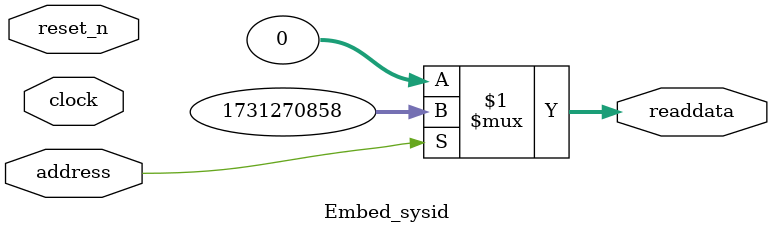
<source format=v>



// synthesis translate_off
`timescale 1ns / 1ps
// synthesis translate_on

// turn off superfluous verilog processor warnings 
// altera message_level Level1 
// altera message_off 10034 10035 10036 10037 10230 10240 10030 

module Embed_sysid (
               // inputs:
                address,
                clock,
                reset_n,

               // outputs:
                readdata
             )
;

  output  [ 31: 0] readdata;
  input            address;
  input            clock;
  input            reset_n;

  wire    [ 31: 0] readdata;
  //control_slave, which is an e_avalon_slave
  assign readdata = address ? 1731270858 : 0;

endmodule



</source>
